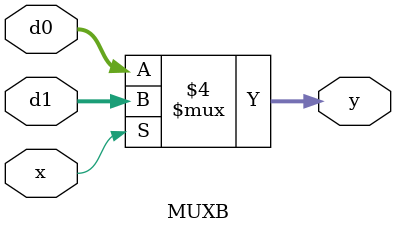
<source format=v>
`timescale 1ns / 1ps


module MUXB(d0,d1,x,y);

input[3:0] d0,d1;
input x;
output [3:0] y;
reg[3:0] y;

always@(d0 or d1 or x)
begin
if(x==1)
y=d1;
else
y=d0;
end
endmodule

</source>
